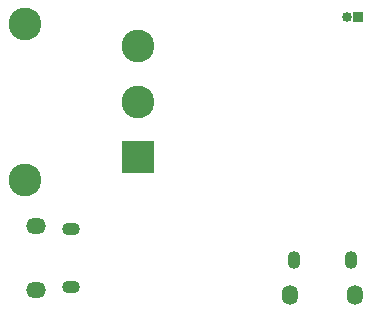
<source format=gbs>
%TF.GenerationSoftware,KiCad,Pcbnew,(6.0.7)*%
%TF.CreationDate,2022-10-02T22:30:46-04:00*%
%TF.ProjectId,LiPo_Charger_1,4c69506f-5f43-4686-9172-6765725f312e,rev?*%
%TF.SameCoordinates,Original*%
%TF.FileFunction,Soldermask,Bot*%
%TF.FilePolarity,Negative*%
%FSLAX46Y46*%
G04 Gerber Fmt 4.6, Leading zero omitted, Abs format (unit mm)*
G04 Created by KiCad (PCBNEW (6.0.7)) date 2022-10-02 22:30:46*
%MOMM*%
%LPD*%
G01*
G04 APERTURE LIST*
%ADD10O,1.500000X1.100000*%
%ADD11O,1.700000X1.350000*%
%ADD12R,2.775000X2.775000*%
%ADD13C,2.775000*%
%ADD14O,1.350000X1.700000*%
%ADD15O,1.100000X1.500000*%
%ADD16R,0.850000X0.850000*%
%ADD17O,0.850000X0.850000*%
G04 APERTURE END LIST*
D10*
%TO.C,J1*%
X149470000Y-79460000D03*
D11*
X146470000Y-74310000D03*
D10*
X149470000Y-74620000D03*
D11*
X146470000Y-79770000D03*
%TD*%
D12*
%TO.C,SW1*%
X155122500Y-68500000D03*
D13*
X155122500Y-63800000D03*
X155122500Y-59100000D03*
X145592500Y-70405000D03*
X145592500Y-57195000D03*
%TD*%
D14*
%TO.C,J3*%
X173505000Y-80215000D03*
D15*
X173195000Y-77215000D03*
D14*
X168045000Y-80215000D03*
D15*
X168355000Y-77215000D03*
%TD*%
D16*
%TO.C,J2*%
X173800000Y-56600000D03*
D17*
X172800000Y-56600000D03*
%TD*%
M02*

</source>
